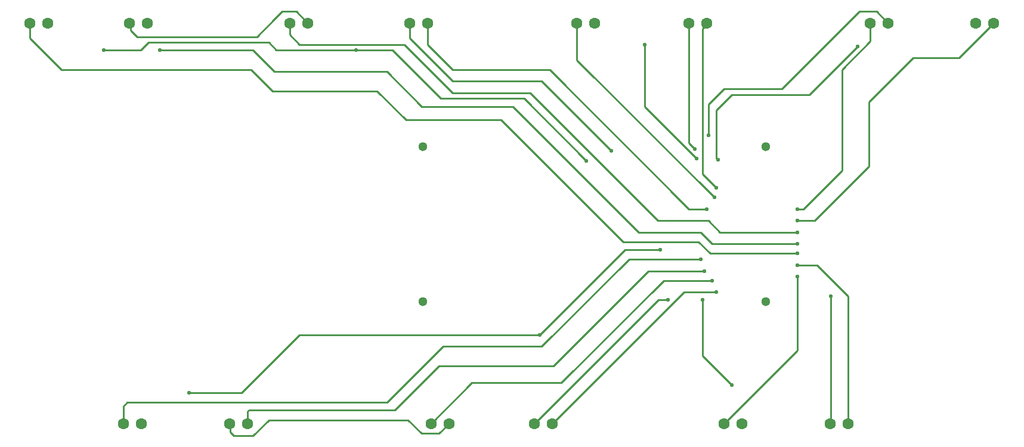
<source format=gbl>
%FSLAX23Y23*%
%MOIN*%
%SFA1B1*%

%IPPOS*%
%ADD13C,0.010000*%
%ADD26C,0.051180*%
%ADD27C,0.062990*%
%ADD28C,0.022840*%
%LNbms_sub-1*%
%LPD*%
G54D13*
X3475Y1136D02*
X3670D01*
X2912Y1981D02*
X3258Y1634D01*
X3832Y1732D02*
Y2403D01*
Y1732D02*
X3865Y1699D01*
X3908Y1559D02*
Y2371D01*
Y1559D02*
X3984Y1483D01*
X3908Y2371D02*
X3932Y2395D01*
X3940Y1775D02*
Y1948D01*
X4027Y2035*
X3932Y2395D02*
Y2403D01*
X4027Y2035D02*
X4352D01*
X4742Y2425*
X3991Y1645D02*
X3996Y1640D01*
X3984Y1645D02*
X3991D01*
X3984Y1916D02*
X4070Y2002D01*
X3984Y1645D02*
Y1916D01*
X4503Y2002D02*
X4774Y2273D01*
X4070Y2002D02*
X4503D01*
X3009Y2078D02*
X3399Y1688D01*
X2511Y2078D02*
X3009D01*
X2271Y2319D02*
Y2403D01*
Y2319D02*
X2511Y2078D01*
X747Y2327D02*
X1418D01*
X1515Y2425D02*
D01*
X704Y2403D02*
X710Y2397D01*
Y2364D02*
Y2397D01*
X1515Y2425D02*
X1559Y2468D01*
X710Y2364D02*
X747Y2327D01*
X1418D02*
X1515Y2425D01*
X1637Y2468D02*
X1702Y2403D01*
X1559Y2468D02*
X1637D01*
X3832Y1364D02*
X3930D01*
X2511Y2143D02*
X3053D01*
X3832Y1364*
X2847Y1937D02*
X3551Y1234D01*
X2338Y1937D02*
X2847D01*
X3551Y1234D02*
X3897D01*
X3464Y1180D02*
X3886D01*
X2251Y1862D02*
X2782D01*
X3464Y1180*
X3984Y1483D02*
D01*
X3875Y1645D02*
D01*
X3583Y1937D02*
X3875Y1645D01*
X2446Y1981D02*
X2912D01*
X2176Y2251D02*
X2446Y1981D01*
X1970Y2251D02*
X2176D01*
X2511Y2013D02*
X2944D01*
X1656Y2284D02*
X2241D01*
X2511Y2013*
X2490Y162D02*
D01*
X2436Y108D02*
X2490Y162D01*
X2338Y108D02*
X2436D01*
X1483Y184D02*
X2262D01*
X2338Y108*
X1396Y97D02*
X1483Y184D01*
X1288Y97D02*
X1396D01*
X1266Y162D02*
X1269Y159D01*
Y115D02*
Y159D01*
Y115D02*
X1288Y97D01*
X1656Y660D02*
X2999D01*
X1331Y335D02*
X1656Y660D01*
X2999D02*
X3475Y1136D01*
X2969Y162D02*
X3662Y855D01*
X3713*
X3908Y541D02*
X4070Y378D01*
X3908Y541D02*
Y855D01*
X3583Y1937D02*
Y2284D01*
X4742Y2425D02*
X4785Y2468D01*
X4742Y2425D02*
D01*
X4880Y2468D02*
X4945Y2403D01*
X4785Y2468D02*
X4880D01*
X1526Y2251D02*
X1970D01*
X1602Y2338D02*
X1656Y2284D01*
X812Y2295D02*
X1483D01*
X1526Y2251*
X768D02*
X812Y2295D01*
X562Y2251D02*
X768D01*
X1385Y2143D02*
X1504Y2024D01*
X324Y2143D02*
X1385D01*
X149Y2319D02*
X324Y2143D01*
X4620Y162D02*
X4623Y164D01*
Y876*
X4438Y573D02*
Y985D01*
X4027Y162D02*
X4438Y573D01*
X2143Y281D02*
X2457Y595D01*
X3497Y1082D02*
X3897D01*
X2457Y595D02*
X3009D01*
X3497Y1082*
X2187Y238D02*
X2436Y487D01*
X3605Y1017D02*
X3919D01*
X2436Y487D02*
X3074D01*
X3605Y1017*
X2390Y162D02*
X2618Y391D01*
X3691Y963D02*
X3962D01*
X2618Y391D02*
X3119D01*
X3691Y963*
X3069Y162D02*
D01*
X3806Y898D02*
X3984D01*
X3069Y162D02*
X3806Y898D01*
X1039Y335D02*
X1331D01*
X671Y259D02*
X692Y281D01*
X2143*
X1366Y231D02*
X1373Y238D01*
X2187*
X671Y162D02*
Y259D01*
X1366Y162D02*
Y231D01*
X4547Y1050D02*
X4720Y876D01*
Y162D02*
Y876D01*
X149Y2319D02*
Y2403D01*
X876Y2251D02*
X1396D01*
X1602Y2338D02*
Y2403D01*
X2371Y2284D02*
Y2403D01*
Y2284D02*
X2511Y2143D01*
X3204Y2197D02*
Y2230D01*
Y2403*
X5084Y2208D02*
X5341D01*
X5374Y2241D02*
D01*
X5341Y2208D02*
X5374Y2241D01*
X4845Y2301D02*
Y2403D01*
X4687Y2143D02*
X4845Y2301D01*
X5374Y2241D02*
X5536Y2403D01*
X4438Y1364D02*
X4471D01*
X4687Y1580*
Y2143*
X4438Y1299D02*
X4536D01*
X4839Y1602D02*
Y1963D01*
X4536Y1299D02*
X4839Y1602D01*
Y1963D02*
X5084Y2208D01*
X1504Y2024D02*
X2089D01*
X1396Y2251D02*
X1515Y2132D01*
X2143*
X2089Y2024D02*
X2251Y1862D01*
X3886Y1180D02*
X3951Y1115D01*
X2143Y2132D02*
X2338Y1937D01*
X3897Y1234D02*
X3962Y1169D01*
X3940Y1299D02*
X4005Y1234D01*
X3659Y1299D02*
X3940D01*
X2944Y2013D02*
X3659Y1299D01*
X4005Y1234D02*
X4438D01*
X3962Y1169D02*
X4438D01*
X3951Y1115D02*
X4438D01*
X3204Y2197D02*
X3973Y1429D01*
X4438Y1050D02*
X4547D01*
G54D26*
X4260Y846D03*
Y1712D03*
X2346Y846D03*
Y1712D03*
G54D27*
X2969Y162D03*
X3069D03*
X4620D03*
X4720D03*
X2490D03*
X2390D03*
X249Y2403D03*
X149D03*
X4945D03*
X4845D03*
X1266Y162D03*
X1366D03*
X704Y2403D03*
X804D03*
X2271D03*
X2371D03*
X5436D03*
X5536D03*
X4127Y162D03*
X4027D03*
X3832Y2403D03*
X3932D03*
X3304D03*
X3204D03*
X1702D03*
X1602D03*
X771Y162D03*
X671D03*
G54D28*
X3670Y1136D03*
X3258Y1634D03*
X3865Y1699D03*
X3940Y1775D03*
X3996Y1640D03*
X3399Y1688D03*
X3984Y1483D03*
X3875Y1645D03*
X3713Y855D03*
X3908D03*
X4623Y876D03*
X3583Y2284D03*
X4774Y2273D03*
X1970Y2251D03*
X876D03*
X562D03*
X4070Y378D03*
X2999Y660D03*
X1039Y335D03*
X3930Y1364D03*
X3973Y1429D03*
X3984Y898D03*
X3897Y1082D03*
X3919Y1017D03*
X3962Y963D03*
X4438Y985D03*
Y1050D03*
Y1115D03*
Y1169D03*
Y1234D03*
Y1299D03*
Y1364D03*
M02*
</source>
